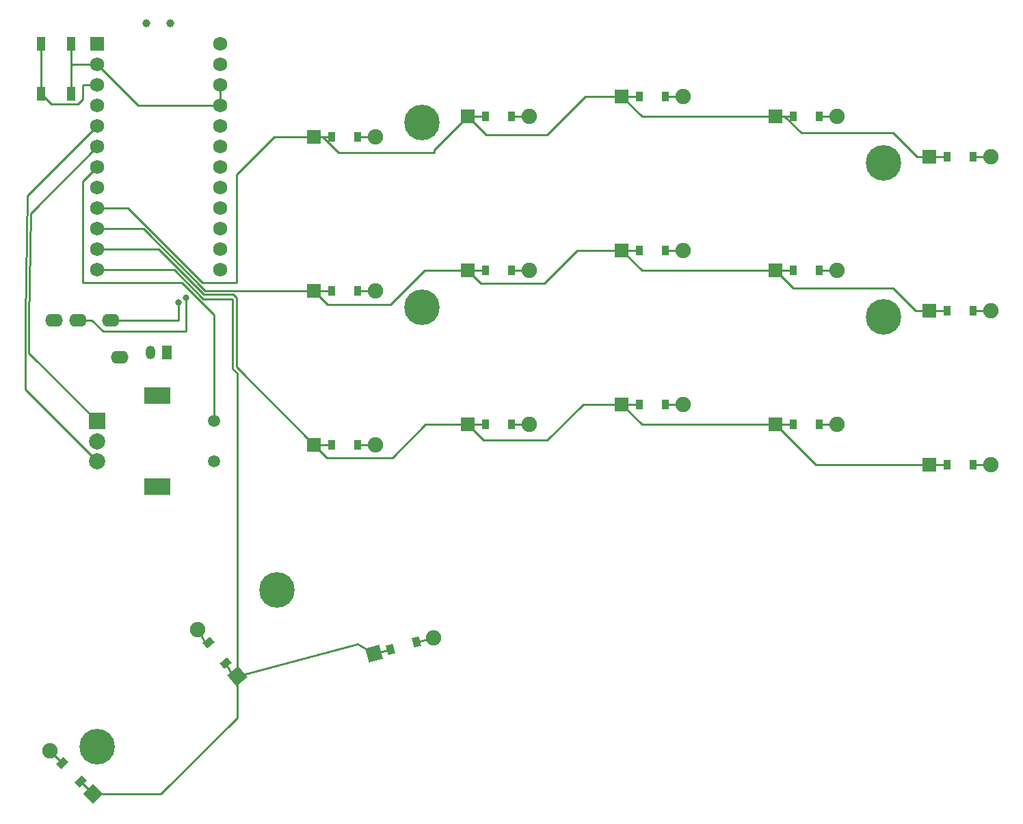
<source format=gbr>
%TF.GenerationSoftware,KiCad,Pcbnew,7.0.10*%
%TF.CreationDate,2024-01-22T21:29:34+02:00*%
%TF.ProjectId,juubo_right_final,6a757562-6f5f-4726-9967-68745f66696e,v1.0.0*%
%TF.SameCoordinates,Original*%
%TF.FileFunction,Copper,L1,Top*%
%TF.FilePolarity,Positive*%
%FSLAX46Y46*%
G04 Gerber Fmt 4.6, Leading zero omitted, Abs format (unit mm)*
G04 Created by KiCad (PCBNEW 7.0.10) date 2024-01-22 21:29:34*
%MOMM*%
%LPD*%
G01*
G04 APERTURE LIST*
G04 Aperture macros list*
%AMRotRect*
0 Rectangle, with rotation*
0 The origin of the aperture is its center*
0 $1 length*
0 $2 width*
0 $3 Rotation angle, in degrees counterclockwise*
0 Add horizontal line*
21,1,$1,$2,0,0,$3*%
G04 Aperture macros list end*
%TA.AperFunction,WasherPad*%
%ADD10C,1.000000*%
%TD*%
%TA.AperFunction,SMDPad,CuDef*%
%ADD11R,1.100000X1.800000*%
%TD*%
%TA.AperFunction,ComponentPad*%
%ADD12R,1.778000X1.778000*%
%TD*%
%TA.AperFunction,SMDPad,CuDef*%
%ADD13R,0.900000X1.200000*%
%TD*%
%TA.AperFunction,ComponentPad*%
%ADD14C,1.905000*%
%TD*%
%TA.AperFunction,ComponentPad*%
%ADD15C,0.700000*%
%TD*%
%TA.AperFunction,ComponentPad*%
%ADD16C,4.400000*%
%TD*%
%TA.AperFunction,ComponentPad*%
%ADD17O,2.200000X1.600000*%
%TD*%
%TA.AperFunction,ComponentPad*%
%ADD18R,1.200000X1.700000*%
%TD*%
%TA.AperFunction,ComponentPad*%
%ADD19O,1.200000X1.700000*%
%TD*%
%TA.AperFunction,ComponentPad*%
%ADD20R,1.752600X1.752600*%
%TD*%
%TA.AperFunction,ComponentPad*%
%ADD21C,1.752600*%
%TD*%
%TA.AperFunction,ComponentPad*%
%ADD22RotRect,1.778000X1.778000X130.000000*%
%TD*%
%TA.AperFunction,SMDPad,CuDef*%
%ADD23RotRect,0.900000X1.200000X130.000000*%
%TD*%
%TA.AperFunction,ComponentPad*%
%ADD24RotRect,1.778000X1.778000X15.000000*%
%TD*%
%TA.AperFunction,SMDPad,CuDef*%
%ADD25RotRect,0.900000X1.200000X15.000000*%
%TD*%
%TA.AperFunction,ComponentPad*%
%ADD26RotRect,1.778000X1.778000X135.000000*%
%TD*%
%TA.AperFunction,SMDPad,CuDef*%
%ADD27RotRect,0.900000X1.200000X135.000000*%
%TD*%
%TA.AperFunction,ComponentPad*%
%ADD28R,3.200000X2.000000*%
%TD*%
%TA.AperFunction,ComponentPad*%
%ADD29C,1.500000*%
%TD*%
%TA.AperFunction,ComponentPad*%
%ADD30R,2.000000X2.000000*%
%TD*%
%TA.AperFunction,ComponentPad*%
%ADD31C,2.000000*%
%TD*%
%TA.AperFunction,ViaPad*%
%ADD32C,0.800000*%
%TD*%
%TA.AperFunction,Conductor*%
%ADD33C,0.250000*%
%TD*%
G04 APERTURE END LIST*
D10*
%TO.P,T1,*%
%TO.N,*%
X290452306Y-52309506D03*
X293452306Y-52309506D03*
%TD*%
D11*
%TO.P,B1,1*%
%TO.N,GND*%
X281124804Y-54809003D03*
X281124804Y-61009003D03*
%TO.P,B1,2*%
%TO.N,RST*%
X277424804Y-54809003D03*
X277424804Y-61009003D03*
%TD*%
D12*
%TO.P,D10,1*%
%TO.N,P16*%
X330242303Y-101899005D03*
D13*
X332402303Y-101899005D03*
%TO.P,D10,2*%
%TO.N,mirror_index_bottom*%
X335702303Y-101899005D03*
D14*
X337862303Y-101899005D03*
%TD*%
D15*
%TO.P,_2,1*%
%TO.N,N/C*%
X322877304Y-64514005D03*
X323360578Y-63347279D03*
X323360578Y-65680731D03*
X324527304Y-62864005D03*
D16*
X324527304Y-64514005D03*
D15*
X324527304Y-66164005D03*
X325694030Y-63347279D03*
X325694030Y-65680731D03*
X326177304Y-64514005D03*
%TD*%
D12*
%TO.P,D1,1*%
%TO.N,P16*%
X387392306Y-106899003D03*
D13*
X389552306Y-106899003D03*
%TO.P,D1,2*%
%TO.N,mirror_pinky_bottom*%
X392852306Y-106899003D03*
D14*
X395012306Y-106899003D03*
%TD*%
D12*
%TO.P,D8,1*%
%TO.N,P14*%
X349292303Y-80349006D03*
D13*
X351452303Y-80349006D03*
%TO.P,D8,2*%
%TO.N,mirror_middle_home*%
X354752303Y-80349006D03*
D14*
X356912303Y-80349006D03*
%TD*%
D17*
%TO.P,TRRS1,1*%
%TO.N,VCC*%
X287117306Y-93629005D03*
%TO.P,TRRS1,2*%
%TO.N,P2*%
X286017306Y-89029005D03*
%TO.P,TRRS1,3*%
%TO.N,P3*%
X282017306Y-89029005D03*
%TO.P,TRRS1,4*%
%TO.N,GND*%
X279017306Y-89029005D03*
%TD*%
D12*
%TO.P,D14,1*%
%TO.N,P14*%
X311192307Y-85349004D03*
D13*
X313352307Y-85349004D03*
%TO.P,D14,2*%
%TO.N,mirror_inner_home*%
X316652307Y-85349004D03*
D14*
X318812307Y-85349004D03*
%TD*%
D15*
%TO.P,_6,1*%
%TO.N,N/C*%
X322877308Y-87374005D03*
X323360582Y-86207279D03*
X323360582Y-88540731D03*
X324527308Y-85724005D03*
D16*
X324527308Y-87374005D03*
D15*
X324527308Y-89024005D03*
X325694034Y-86207279D03*
X325694034Y-88540731D03*
X326177308Y-87374005D03*
%TD*%
D12*
%TO.P,D2,1*%
%TO.N,P14*%
X387392303Y-87849005D03*
D13*
X389552303Y-87849005D03*
%TO.P,D2,2*%
%TO.N,mirror_pinky_home*%
X392852303Y-87849005D03*
D14*
X395012303Y-87849005D03*
%TD*%
D15*
%TO.P,_1,1*%
%TO.N,N/C*%
X380027304Y-69514005D03*
X380510578Y-68347279D03*
X380510578Y-70680731D03*
X381677304Y-67864005D03*
D16*
X381677304Y-69514005D03*
D15*
X381677304Y-71164005D03*
X382844030Y-68347279D03*
X382844030Y-70680731D03*
X383327304Y-69514005D03*
%TD*%
D12*
%TO.P,D12,1*%
%TO.N,P15*%
X330242306Y-63799006D03*
D13*
X332402306Y-63799006D03*
%TO.P,D12,2*%
%TO.N,mirror_index_top*%
X335702306Y-63799006D03*
D14*
X337862306Y-63799006D03*
%TD*%
D12*
%TO.P,D4,1*%
%TO.N,P16*%
X368342303Y-101899007D03*
D13*
X370502303Y-101899007D03*
%TO.P,D4,2*%
%TO.N,mirror_ring_bottom*%
X373802303Y-101899007D03*
D14*
X375962303Y-101899007D03*
%TD*%
D12*
%TO.P,D7,1*%
%TO.N,P16*%
X349292302Y-99399004D03*
D13*
X351452302Y-99399004D03*
%TO.P,D7,2*%
%TO.N,mirror_middle_bottom*%
X354752302Y-99399004D03*
D14*
X356912302Y-99399004D03*
%TD*%
D18*
%TO.P,JST1,1*%
%TO.N,B+*%
X292952304Y-93026507D03*
D19*
%TO.P,JST1,2*%
%TO.N,GND*%
X290952304Y-93026507D03*
%TD*%
D12*
%TO.P,D13,1*%
%TO.N,P16*%
X311192301Y-104399010D03*
D13*
X313352301Y-104399010D03*
%TO.P,D13,2*%
%TO.N,mirror_inner_bottom*%
X316652301Y-104399010D03*
D14*
X318812301Y-104399010D03*
%TD*%
D20*
%TO.P,MCU1,1*%
%TO.N,RAW*%
X284332304Y-54854005D03*
D21*
%TO.P,MCU1,2*%
%TO.N,GND*%
X284332304Y-57394005D03*
%TO.P,MCU1,3*%
%TO.N,RST*%
X284332304Y-59934005D03*
%TO.P,MCU1,4*%
%TO.N,VCC*%
X284332304Y-62474005D03*
%TO.P,MCU1,5*%
%TO.N,P21*%
X284332304Y-65014005D03*
%TO.P,MCU1,6*%
%TO.N,P20*%
X284332304Y-67554005D03*
%TO.P,MCU1,7*%
%TO.N,P19*%
X284332304Y-70094005D03*
%TO.P,MCU1,8*%
%TO.N,P18*%
X284332304Y-72634005D03*
%TO.P,MCU1,9*%
%TO.N,P15*%
X284332304Y-75174005D03*
%TO.P,MCU1,10*%
%TO.N,P14*%
X284332304Y-77714005D03*
%TO.P,MCU1,11*%
%TO.N,P16*%
X284332304Y-80254005D03*
%TO.P,MCU1,12*%
%TO.N,P10*%
X284332304Y-82794005D03*
%TO.P,MCU1,13*%
%TO.N,P1*%
X299572304Y-54854005D03*
%TO.P,MCU1,14*%
%TO.N,P0*%
X299572304Y-57394005D03*
%TO.P,MCU1,15*%
%TO.N,GND*%
X299572304Y-59934005D03*
%TO.P,MCU1,16*%
X299572304Y-62474005D03*
%TO.P,MCU1,17*%
%TO.N,P2*%
X299572304Y-65014005D03*
%TO.P,MCU1,18*%
%TO.N,P3*%
X299572304Y-67554005D03*
%TO.P,MCU1,19*%
%TO.N,P4*%
X299572304Y-70094005D03*
%TO.P,MCU1,20*%
%TO.N,P5*%
X299572304Y-72634005D03*
%TO.P,MCU1,21*%
%TO.N,P6*%
X299572304Y-75174005D03*
%TO.P,MCU1,22*%
%TO.N,P7*%
X299572304Y-77714005D03*
%TO.P,MCU1,23*%
%TO.N,P8*%
X299572304Y-80254005D03*
%TO.P,MCU1,24*%
%TO.N,P9*%
X299572304Y-82794005D03*
%TD*%
D12*
%TO.P,D6,1*%
%TO.N,P15*%
X368342304Y-63799004D03*
D13*
X370502304Y-63799004D03*
%TO.P,D6,2*%
%TO.N,mirror_ring_top*%
X373802304Y-63799004D03*
D14*
X375962304Y-63799004D03*
%TD*%
D12*
%TO.P,D11,1*%
%TO.N,P14*%
X330242306Y-82849006D03*
D13*
X332402306Y-82849006D03*
%TO.P,D11,2*%
%TO.N,mirror_index_home*%
X335702306Y-82849006D03*
D14*
X337862306Y-82849006D03*
%TD*%
D22*
%TO.P,D17,1*%
%TO.N,P10*%
X301670894Y-133086603D03*
D23*
X300282473Y-131431947D03*
%TO.P,D17,2*%
%TO.N,mirror_space_cluster*%
X298161273Y-128904001D03*
D14*
X296772852Y-127249345D03*
%TD*%
D12*
%TO.P,D15,1*%
%TO.N,P15*%
X311192302Y-66299007D03*
D13*
X313352302Y-66299007D03*
%TO.P,D15,2*%
%TO.N,mirror_inner_top*%
X316652302Y-66299007D03*
D14*
X318812302Y-66299007D03*
%TD*%
D24*
%TO.P,D16,1*%
%TO.N,P10*%
X318616224Y-130264736D03*
D25*
X320702623Y-129705686D03*
%TO.P,D16,2*%
%TO.N,mirror_layer_cluster*%
X323890179Y-128851584D03*
D14*
X325976578Y-128292534D03*
%TD*%
D26*
%TO.P,D18,1*%
%TO.N,P10*%
X283876713Y-147647856D03*
D27*
X282349362Y-146120505D03*
%TO.P,D18,2*%
%TO.N,mirror_extra_cluster*%
X280015910Y-143787053D03*
D14*
X278488559Y-142259702D03*
%TD*%
D12*
%TO.P,D3,1*%
%TO.N,P15*%
X387392303Y-68799001D03*
D13*
X389552303Y-68799001D03*
%TO.P,D3,2*%
%TO.N,mirror_pinky_top*%
X392852303Y-68799001D03*
D14*
X395012303Y-68799001D03*
%TD*%
D12*
%TO.P,D5,1*%
%TO.N,P14*%
X368342308Y-82849005D03*
D13*
X370502308Y-82849005D03*
%TO.P,D5,2*%
%TO.N,mirror_ring_home*%
X373802308Y-82849005D03*
D14*
X375962308Y-82849005D03*
%TD*%
D15*
%TO.P,_5,1*%
%TO.N,N/C*%
X285549019Y-142920846D03*
X284382293Y-143404120D03*
X286032293Y-141754120D03*
X283215567Y-142920846D03*
D16*
X284382293Y-141754120D03*
D15*
X285549019Y-140587394D03*
X282732293Y-141754120D03*
X284382293Y-140104120D03*
X283215567Y-140587394D03*
%TD*%
%TO.P,_4,1*%
%TO.N,N/C*%
X305048752Y-122807139D03*
X305213588Y-121555088D03*
X305817530Y-123809030D03*
X306215479Y-120786310D03*
D16*
X306642530Y-122380088D03*
D15*
X307069581Y-123973866D03*
X307467530Y-120951146D03*
X308071472Y-123205088D03*
X308236308Y-121953037D03*
%TD*%
D12*
%TO.P,D9,1*%
%TO.N,P15*%
X349292304Y-61299004D03*
D13*
X351452304Y-61299004D03*
%TO.P,D9,2*%
%TO.N,mirror_middle_top*%
X354752304Y-61299004D03*
D14*
X356912304Y-61299004D03*
%TD*%
D15*
%TO.P,_3,1*%
%TO.N,N/C*%
X380027304Y-88564004D03*
X380510578Y-87397278D03*
X380510578Y-89730730D03*
X381677304Y-86914004D03*
D16*
X381677304Y-88564004D03*
D15*
X381677304Y-90214004D03*
X382844030Y-87397278D03*
X382844030Y-89730730D03*
X383327304Y-88564004D03*
%TD*%
D28*
%TO.P,ROT1,*%
%TO.N,*%
X291832305Y-98369002D03*
X291832305Y-109569002D03*
D29*
%TO.P,ROT1,1*%
%TO.N,P19*%
X298832305Y-101469002D03*
%TO.P,ROT1,2*%
%TO.N,GND*%
X298832305Y-106469002D03*
D30*
%TO.P,ROT1,A*%
%TO.N,P20*%
X284332305Y-101469002D03*
D31*
%TO.P,ROT1,B*%
%TO.N,P21*%
X284332305Y-106469002D03*
%TO.P,ROT1,C*%
%TO.N,GND*%
X284332305Y-103969002D03*
%TD*%
D32*
%TO.N,P2*%
X294400000Y-86800000D03*
%TO.N,P3*%
X295400000Y-86200000D03*
%TD*%
D33*
%TO.N,P19*%
X282600000Y-84400000D02*
X282600000Y-71826309D01*
X282600000Y-71826309D02*
X284332304Y-70094005D01*
X298832305Y-101469002D02*
X298832305Y-88377889D01*
X294854416Y-84400000D02*
X282600000Y-84400000D01*
X298832305Y-88377889D02*
X294854416Y-84400000D01*
%TO.N,GND*%
X281330799Y-57394005D02*
X284332304Y-57394005D01*
X289412304Y-62474005D02*
X284332304Y-57394005D01*
X299572304Y-62474005D02*
X299572304Y-59934005D01*
X281124804Y-57600000D02*
X281330799Y-57394005D01*
X281124804Y-54809003D02*
X281124804Y-57600000D01*
X281124804Y-57600000D02*
X281124804Y-61009003D01*
X299572304Y-62474005D02*
X289412304Y-62474005D01*
%TO.N,P20*%
X276115640Y-75770669D02*
X284332304Y-67554005D01*
X275921097Y-93057794D02*
X275921097Y-88874409D01*
X284332305Y-101469002D02*
X275921097Y-93057794D01*
X275921097Y-88874409D02*
X276115640Y-75770669D01*
%TO.N,P21*%
X275471097Y-97607794D02*
X275471097Y-88871097D01*
X284332305Y-106469002D02*
X275471097Y-97607794D01*
X275471097Y-88871097D02*
X275697087Y-73649222D01*
X275697087Y-73649222D02*
X284332304Y-65014005D01*
%TO.N,mirror_pinky_bottom*%
X392852304Y-106899005D02*
X395012305Y-106899000D01*
%TO.N,mirror_pinky_home*%
X395012306Y-87849005D02*
X392852305Y-87849003D01*
%TO.N,mirror_pinky_top*%
X392852305Y-68799006D02*
X395012308Y-68799003D01*
%TO.N,mirror_ring_bottom*%
X375962306Y-101899006D02*
X373802302Y-101899004D01*
%TO.N,mirror_ring_home*%
X373802307Y-82849003D02*
X375962303Y-82849008D01*
%TO.N,mirror_ring_top*%
X375962308Y-63799004D02*
X373802305Y-63799004D01*
%TO.N,mirror_middle_bottom*%
X354752305Y-99399003D02*
X356912304Y-99399004D01*
%TO.N,mirror_middle_home*%
X356912303Y-80349003D02*
X354752305Y-80349002D01*
%TO.N,mirror_middle_top*%
X354752305Y-61299006D02*
X356912305Y-61299007D01*
%TO.N,mirror_index_bottom*%
X337862303Y-101899006D02*
X335702304Y-101899003D01*
%TO.N,mirror_index_home*%
X335702302Y-82849006D02*
X337862302Y-82849006D01*
%TO.N,mirror_index_top*%
X337862305Y-63799002D02*
X335702303Y-63799006D01*
%TO.N,mirror_inner_bottom*%
X316652303Y-104399006D02*
X318812303Y-104399008D01*
%TO.N,mirror_inner_home*%
X318812309Y-85349001D02*
X316652307Y-85349005D01*
%TO.N,mirror_inner_top*%
X316652306Y-66299008D02*
X318812306Y-66299004D01*
%TO.N,mirror_layer_cluster*%
X325976578Y-128292531D02*
X323890180Y-128851580D01*
%TO.N,mirror_space_cluster*%
X296772851Y-127249345D02*
X297648902Y-128766712D01*
X297648902Y-128766712D02*
X298161270Y-128904002D01*
%TO.N,mirror_extra_cluster*%
X280015908Y-143787050D02*
X278488558Y-142259699D01*
%TO.N,P16*%
X311192304Y-104399008D02*
X312837641Y-106044344D01*
X349292303Y-99399004D02*
X351792306Y-101899007D01*
X370502306Y-101899006D02*
X368342302Y-101899010D01*
X311192305Y-104399008D02*
X313352305Y-104399004D01*
X344532485Y-99399005D02*
X349292303Y-99399004D01*
X351792306Y-101899007D02*
X368342302Y-101899004D01*
X301600000Y-94806709D02*
X301600000Y-86200000D01*
X340087145Y-103844342D02*
X344532485Y-99399005D01*
X312837641Y-106044344D02*
X320887146Y-106044343D01*
X297526212Y-85799004D02*
X291981213Y-80254005D01*
X301199004Y-85799004D02*
X297526212Y-85799004D01*
X368342302Y-101899004D02*
X373342298Y-106899003D01*
X332402305Y-101899002D02*
X330242305Y-101899003D01*
X373342298Y-106899003D02*
X387392306Y-106899005D01*
X330242302Y-101899008D02*
X332187640Y-103844344D01*
X311192301Y-104399010D02*
X301600000Y-94806709D01*
X387392306Y-106899005D02*
X389552299Y-106899006D01*
X332187640Y-103844344D02*
X340087145Y-103844342D01*
X320887146Y-106044343D02*
X325032484Y-101899006D01*
X301600000Y-86200000D02*
X301199004Y-85799004D01*
X349292307Y-99399008D02*
X351452300Y-99399003D01*
X325032484Y-101899006D02*
X330242302Y-101899008D01*
X291981213Y-80254005D02*
X284332304Y-80254005D01*
%TO.N,P14*%
X351792305Y-82849008D02*
X368342303Y-82849006D01*
X320687147Y-87044342D02*
X324882481Y-82849009D01*
X385691806Y-87849002D02*
X387392305Y-87849004D01*
X382887148Y-85044344D02*
X385691806Y-87849002D01*
X370537643Y-85044342D02*
X382887148Y-85044344D01*
X331837641Y-84444342D02*
X339687146Y-84444344D01*
X313352307Y-85349003D02*
X311192306Y-85349004D01*
X389552305Y-87849006D02*
X387392305Y-87849004D01*
X297712608Y-85349004D02*
X290077609Y-77714005D01*
X349292302Y-80349007D02*
X351792305Y-82849008D01*
X351452306Y-80349006D02*
X349292304Y-80349004D01*
X312887641Y-87044341D02*
X320687147Y-87044342D01*
X343782481Y-80349003D02*
X349292302Y-80349007D01*
X290077609Y-77714005D02*
X284332304Y-77714005D01*
X368342301Y-82849002D02*
X370502305Y-82849007D01*
X368342303Y-82849006D02*
X370537643Y-85044342D01*
X330242306Y-82849005D02*
X331837641Y-84444342D01*
X339687146Y-84444344D02*
X343782481Y-80349003D01*
X324882481Y-82849009D02*
X330242306Y-82849005D01*
X330242304Y-82849003D02*
X332402301Y-82849002D01*
X311192307Y-85349004D02*
X297712608Y-85349004D01*
X311192306Y-85349009D02*
X312887641Y-87044341D01*
%TO.N,P15*%
X368342303Y-63799003D02*
X369481305Y-63799006D01*
X332487646Y-66044343D02*
X340087144Y-66044340D01*
X371526642Y-65844342D02*
X382887144Y-65844342D01*
X326087145Y-68244342D02*
X326087146Y-67954168D01*
X311192301Y-66299004D02*
X312331303Y-66299003D01*
X351792306Y-63799007D02*
X368342303Y-63799003D01*
X385841805Y-68798999D02*
X387392307Y-68799002D01*
X311192302Y-66299007D02*
X306300993Y-66299007D01*
X344832486Y-61299001D02*
X349292302Y-61299002D01*
X326087146Y-67954168D02*
X330242306Y-63799006D01*
X288174005Y-75174005D02*
X284332304Y-75174005D01*
X330242306Y-63799006D02*
X332487646Y-66044343D01*
X370502302Y-63799007D02*
X368342305Y-63799002D01*
X369481305Y-63799006D02*
X371526642Y-65844342D01*
X301600000Y-71000000D02*
X301600000Y-84400000D01*
X349292302Y-61299002D02*
X351792306Y-63799007D01*
X306300993Y-66299007D02*
X301600000Y-71000000D01*
X382887144Y-65844342D02*
X385841805Y-68798999D01*
X297400000Y-84400000D02*
X288174005Y-75174005D01*
X387392304Y-68799003D02*
X389552306Y-68799003D01*
X311192304Y-66299005D02*
X313352305Y-66299002D01*
X340087144Y-66044340D02*
X344832486Y-61299001D01*
X314276641Y-68244342D02*
X326087145Y-68244342D01*
X312331303Y-66299003D02*
X314276641Y-68244342D01*
X349292301Y-61299007D02*
X351452301Y-61299007D01*
X332402305Y-63799004D02*
X330242304Y-63799005D01*
X301600000Y-84400000D02*
X297400000Y-84400000D01*
%TO.N,P10*%
X301670894Y-133086603D02*
X301670894Y-95513999D01*
X300282469Y-131431949D02*
X301158524Y-132949317D01*
X301670894Y-133086603D02*
X301000000Y-132415709D01*
X301158524Y-132949317D02*
X301670896Y-133086603D01*
X301670894Y-138194146D02*
X301670894Y-133086604D01*
X301150000Y-86400000D02*
X297490812Y-86400000D01*
X283876714Y-147647853D02*
X292217187Y-147647853D01*
X316583075Y-129090897D02*
X318616224Y-130264736D01*
X292217187Y-147647853D02*
X301670894Y-138194146D01*
X301670894Y-133086603D02*
X316583075Y-129090897D01*
X301150000Y-94993105D02*
X301150000Y-86400000D01*
X297490812Y-86400000D02*
X293884817Y-82794005D01*
X301670894Y-95513999D02*
X301150000Y-94993105D01*
X293884817Y-82794005D02*
X284332304Y-82794005D01*
X320702621Y-129705685D02*
X318616223Y-130264736D01*
X283876714Y-147647854D02*
X282349360Y-146120503D01*
%TO.N,RST*%
X282665995Y-59934005D02*
X284332304Y-59934005D01*
X281999804Y-62234003D02*
X282600000Y-61633807D01*
X277424804Y-61009003D02*
X278649804Y-62234003D01*
X282600000Y-60000000D02*
X282665995Y-59934005D01*
X277424804Y-54809003D02*
X277424804Y-61009003D01*
X278649804Y-62234003D02*
X281999804Y-62234003D01*
X282600000Y-61633807D02*
X282600000Y-60000000D01*
%TO.N,P2*%
X294400000Y-89000000D02*
X294400000Y-86800000D01*
X286017306Y-89029005D02*
X294370995Y-89029005D01*
X294370995Y-89029005D02*
X294400000Y-89000000D01*
%TO.N,P3*%
X282017306Y-89029005D02*
X283708296Y-89029005D01*
X295400000Y-90400000D02*
X295400000Y-86200000D01*
X283708296Y-89029005D02*
X285079291Y-90400000D01*
X285079291Y-90400000D02*
X295400000Y-90400000D01*
%TD*%
M02*

</source>
